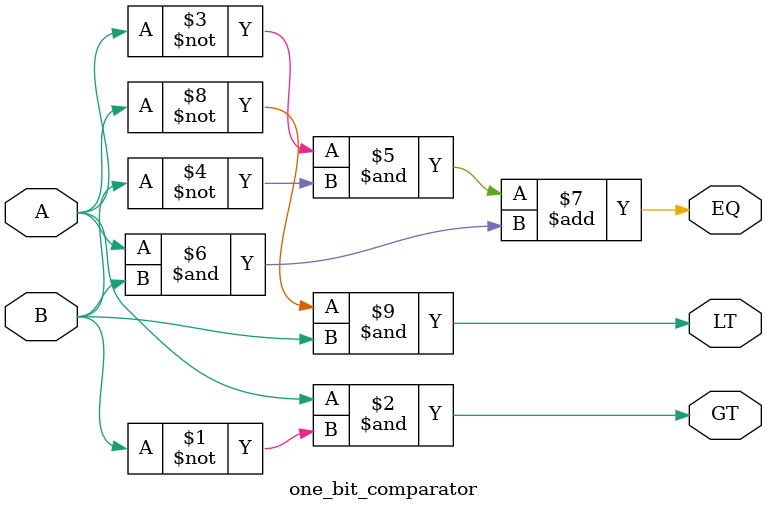
<source format=v>
module one_bit_comparator (A, B, GT, LT, EQ); //define module name, and inputs and outputs

	input A,B; //assigns input A, B
	output GT, LT, EQ; //assigns outputs GT, LT, EQ
	
	
	assign GT = A & (~B); //assigns Greater than value "GT" to the function A & (~B)
	assign EQ = (~A&~B)+(A&B); //assigns Equal to value "EQ to the function (~A&~B)+(A&B)
	assign LT = ~A&B; //assigns Less than value "LT" to the function ~A&B
	

endmodule //module now ended


</source>
